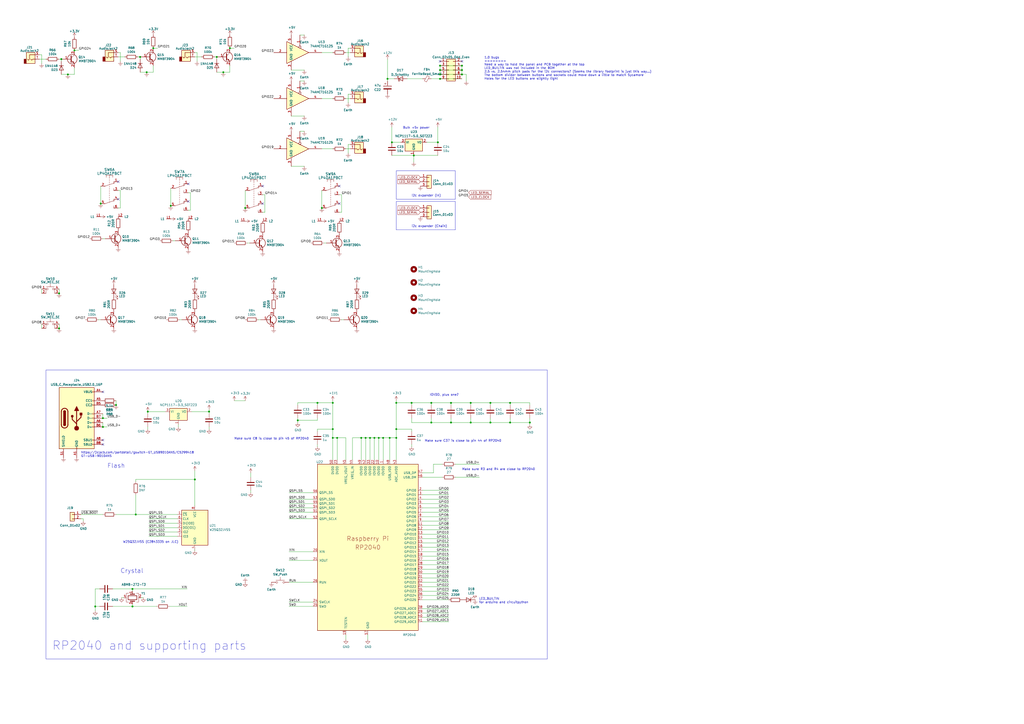
<source format=kicad_sch>
(kicad_sch (version 20231120) (generator "eeschema") (generator_version "8.0")
  (paper "A2")
  (junction (at 255.27 45.72))
  (junction (at 229.87 233.68))
  (junction (at 195.58 254))
  (junction (at 227.33 82.55))
  (junction (at 261.62 245.11))
  (junction (at 209.55 254))
  (junction (at 121.285 238.76))
  (junction (at 85.09 41.91))
  (junction (at 78.74 298.45))
  (junction (at 229.87 254))
  (junction (at 295.91 245.11))
  (junction (at 222.25 254))
  (junction (at 229.87 248.92))
  (junction (at 58.42 118.11))
  (junction (at 224.79 45.72))
  (junction (at 55.245 351.79))
  (junction (at 193.04 248.92))
  (junction (at 85.725 238.76))
  (junction (at 76.835 341.63))
  (junction (at 217.17 254))
  (junction (at 172.72 243.84))
  (junction (at 142.24 120.65))
  (junction (at 35.56 34.29))
  (junction (at 193.04 254))
  (junction (at 273.05 245.11))
  (junction (at 267.97 43.18))
  (junction (at 129.54 41.91))
  (junction (at 219.71 254))
  (junction (at 261.62 233.68))
  (junction (at 67.31 234.95))
  (junction (at 284.48 245.11))
  (junction (at 88.9 27.94))
  (junction (at 267.97 38.1))
  (junction (at 254 82.55))
  (junction (at 267.97 40.64))
  (junction (at 255.27 40.64))
  (junction (at 59.69 247.65))
  (junction (at 34.29 190.5))
  (junction (at 250.19 233.68))
  (junction (at 240.03 90.17))
  (junction (at 125.73 33.02))
  (junction (at 59.69 242.57))
  (junction (at 113.03 278.13))
  (junction (at 255.27 43.18))
  (junction (at 34.29 170.18))
  (junction (at 250.19 245.11))
  (junction (at 184.15 233.68))
  (junction (at 193.04 233.68))
  (junction (at 226.06 254))
  (junction (at 99.06 119.38))
  (junction (at 76.835 351.79))
  (junction (at 133.35 27.94))
  (junction (at 39.37 43.18))
  (junction (at 214.63 254))
  (junction (at 43.18 29.21))
  (junction (at 273.05 233.68))
  (junction (at 81.28 33.02))
  (junction (at 186.69 120.65))
  (junction (at 212.09 254))
  (junction (at 255.27 38.1))
  (junction (at 295.91 233.68))
  (junction (at 284.48 233.68))
  (junction (at 238.76 233.68))
  (junction (at 307.34 245.11))
  (no_connect (at 59.69 257.81))
  (no_connect (at 109.22 106.68))
  (no_connect (at 109.22 116.84))
  (no_connect (at 68.58 115.57))
  (no_connect (at 68.58 105.41))
  (no_connect (at 255.27 35.56))
  (no_connect (at 152.4 118.11))
  (no_connect (at 196.85 118.11))
  (no_connect (at 196.85 107.95))
  (no_connect (at 59.69 227.33))
  (no_connect (at 59.69 255.27))
  (no_connect (at 152.4 107.95))
  (no_connect (at 267.97 35.56))
  (wire (pts (xy 245.11 274.32) (xy 251.46 274.32)))
  (wire (pts (xy 113.03 33.02) (xy 116.84 33.02)))
  (wire (pts (xy 245.11 289.56) (xy 260.35 289.56)))
  (wire (pts (xy 247.65 82.55) (xy 254 82.55)))
  (wire (pts (xy 245.11 327.66) (xy 260.35 327.66)))
  (wire (pts (xy 227.33 73.66) (xy 227.33 82.55)))
  (wire (pts (xy 173.99 20.32) (xy 176.53 20.32)))
  (wire (pts (xy 224.79 45.72) (xy 228.6 45.72)))
  (wire (pts (xy 181.61 285.75) (xy 167.64 285.75)))
  (wire (pts (xy 219.71 254) (xy 222.25 254)))
  (wire (pts (xy 245.11 320.04) (xy 260.35 320.04)))
  (wire (pts (xy 204.47 254) (xy 209.55 254)))
  (wire (pts (xy 184.15 233.68) (xy 193.04 233.68)))
  (wire (pts (xy 34.29 34.29) (xy 35.56 34.29)))
  (wire (pts (xy 78.74 287.02) (xy 78.74 298.45)))
  (wire (pts (xy 238.76 234.95) (xy 238.76 233.68)))
  (wire (pts (xy 135.89 232.41) (xy 142.24 232.41)))
  (wire (pts (xy 245.11 284.48) (xy 260.35 284.48)))
  (wire (pts (xy 200.66 266.7) (xy 200.66 254)))
  (wire (pts (xy 65.405 341.63) (xy 76.835 341.63)))
  (wire (pts (xy 67.31 232.41) (xy 67.31 234.95)))
  (wire (pts (xy 184.15 234.95) (xy 184.15 233.68)))
  (wire (pts (xy 284.48 233.68) (xy 295.91 233.68)))
  (wire (pts (xy 245.11 304.8) (xy 260.35 304.8)))
  (wire (pts (xy 186.69 30.48) (xy 193.04 30.48)))
  (wire (pts (xy 224.79 45.72) (xy 224.79 46.99)))
  (wire (pts (xy 172.72 243.84) (xy 172.72 245.11)))
  (wire (pts (xy 229.87 248.92) (xy 238.76 248.92)))
  (wire (pts (xy 68.58 33.02) (xy 72.39 33.02)))
  (wire (pts (xy 245.11 309.88) (xy 260.35 309.88)))
  (wire (pts (xy 110.49 121.92) (xy 109.22 121.92)))
  (wire (pts (xy 125.73 41.91) (xy 129.54 41.91)))
  (wire (pts (xy 245.11 287.02) (xy 260.35 287.02)))
  (wire (pts (xy 45.72 29.21) (xy 43.18 29.21)))
  (wire (pts (xy 227.33 82.55) (xy 232.41 82.55)))
  (wire (pts (xy 222.25 254) (xy 226.06 254)))
  (wire (pts (xy 261.62 234.95) (xy 261.62 233.68)))
  (wire (pts (xy 245.11 355.6) (xy 260.35 355.6)))
  (wire (pts (xy 255.27 45.72) (xy 267.97 45.72)))
  (wire (pts (xy 181.61 325.12) (xy 167.64 325.12)))
  (wire (pts (xy 245.11 302.26) (xy 260.35 302.26)))
  (wire (pts (xy 43.18 39.37) (xy 43.18 43.18)))
  (wire (pts (xy 68.58 30.48) (xy 69.85 30.48)))
  (wire (pts (xy 245.11 314.96) (xy 260.35 314.96)))
  (wire (pts (xy 76.835 341.63) (xy 108.585 341.63)))
  (wire (pts (xy 245.11 337.82) (xy 260.35 337.82)))
  (wire (pts (xy 245.11 317.5) (xy 260.35 317.5)))
  (wire (pts (xy 46.99 300.99) (xy 48.26 300.99)))
  (wire (pts (xy 222.25 254) (xy 222.25 266.7)))
  (wire (pts (xy 245.11 307.34) (xy 260.35 307.34)))
  (wire (pts (xy 193.04 233.68) (xy 193.04 248.92)))
  (wire (pts (xy 58.42 107.95) (xy 58.42 118.11)))
  (wire (pts (xy 196.85 113.03) (xy 198.12 113.03)))
  (wire (pts (xy 204.47 266.7) (xy 204.47 254)))
  (wire (pts (xy 114.3 30.48) (xy 114.3 35.56)))
  (wire (pts (xy 238.76 233.68) (xy 250.19 233.68)))
  (wire (pts (xy 113.03 278.13) (xy 113.03 293.37)))
  (wire (pts (xy 57.785 351.79) (xy 55.245 351.79)))
  (wire (pts (xy 200.66 57.15) (xy 203.2 57.15)))
  (wire (pts (xy 307.34 245.11) (xy 307.34 246.38)))
  (wire (pts (xy 135.89 27.94) (xy 133.35 27.94)))
  (wire (pts (xy 245.11 347.98) (xy 260.35 347.98)))
  (wire (pts (xy 22.86 34.29) (xy 26.67 34.29)))
  (wire (pts (xy 168.91 96.52) (xy 176.53 96.52)))
  (wire (pts (xy 104.14 185.42) (xy 105.41 185.42)))
  (wire (pts (xy 226.06 266.7) (xy 226.06 254)))
  (wire (pts (xy 48.26 300.99) (xy 48.26 302.26)))
  (wire (pts (xy 57.15 185.42) (xy 58.42 185.42)))
  (wire (pts (xy 181.61 351.79) (xy 167.64 351.79)))
  (wire (pts (xy 102.87 311.15) (xy 86.36 311.15)))
  (wire (pts (xy 78.74 279.4) (xy 78.74 278.13)))
  (wire (pts (xy 261.62 242.57) (xy 261.62 245.11)))
  (wire (pts (xy 264.16 269.24) (xy 278.13 269.24)))
  (wire (pts (xy 201.93 27.94) (xy 203.2 27.94)))
  (wire (pts (xy 102.87 303.53) (xy 86.36 303.53)))
  (wire (pts (xy 238.76 250.19) (xy 238.76 248.92)))
  (wire (pts (xy 152.4 113.03) (xy 153.67 113.03)))
  (wire (pts (xy 59.69 245.11) (xy 59.69 247.65)))
  (wire (pts (xy 245.11 335.28) (xy 260.35 335.28)))
  (wire (pts (xy 198.12 123.19) (xy 196.85 123.19)))
  (wire (pts (xy 245.11 330.2) (xy 260.35 330.2)))
  (wire (pts (xy 255.27 43.18) (xy 267.97 43.18)))
  (wire (pts (xy 307.34 242.57) (xy 307.34 245.11)))
  (wire (pts (xy 172.72 243.84) (xy 184.15 243.84)))
  (wire (pts (xy 209.55 254) (xy 212.09 254)))
  (wire (pts (xy 295.91 242.57) (xy 295.91 245.11)))
  (wire (pts (xy 195.58 266.7) (xy 195.58 254)))
  (wire (pts (xy 273.05 233.68) (xy 284.48 233.68)))
  (wire (pts (xy 201.93 54.61) (xy 203.2 54.61)))
  (wire (pts (xy 85.725 240.03) (xy 85.725 238.76)))
  (wire (pts (xy 212.09 254) (xy 214.63 254)))
  (wire (pts (xy 78.74 278.13) (xy 113.03 278.13)))
  (wire (pts (xy 91.44 27.94) (xy 88.9 27.94)))
  (wire (pts (xy 181.61 300.99) (xy 167.64 300.99)))
  (wire (pts (xy 145.415 274.32) (xy 145.415 276.86)))
  (wire (pts (xy 153.67 113.03) (xy 153.67 123.19)))
  (wire (pts (xy 113.03 319.405) (xy 113.03 318.77)))
  (wire (pts (xy 99.06 109.22) (xy 99.06 119.38)))
  (wire (pts (xy 219.71 266.7) (xy 219.71 254)))
  (wire (pts (xy 59.69 242.57) (xy 62.23 242.57)))
  (wire (pts (xy 245.11 276.86) (xy 256.54 276.86)))
  (wire (pts (xy 34.29 167.64) (xy 34.29 170.18)))
  (wire (pts (xy 245.11 325.12) (xy 260.35 325.12)))
  (wire (pts (xy 245.11 299.72) (xy 260.35 299.72)))
  (wire (pts (xy 81.915 346.71) (xy 83.185 346.71)))
  (wire (pts (xy 88.9 38.1) (xy 88.9 41.91)))
  (wire (pts (xy 229.87 232.41) (xy 229.87 233.68)))
  (wire (pts (xy 35.56 43.18) (xy 39.37 43.18)))
  (wire (pts (xy 201.93 59.69) (xy 201.93 54.61)))
  (wire (pts (xy 69.85 110.49) (xy 69.85 120.65)))
  (wire (pts (xy 110.49 111.76) (xy 110.49 121.92)))
  (wire (pts (xy 250.19 245.11) (xy 238.76 245.11)))
  (wire (pts (xy 213.36 368.3) (xy 213.36 370.84)))
  (wire (pts (xy 172.72 233.68) (xy 184.15 233.68)))
  (wire (pts (xy 217.17 254) (xy 219.71 254)))
  (wire (pts (xy 193.04 248.92) (xy 193.04 254)))
  (wire (pts (xy 34.29 187.96) (xy 34.29 190.5)))
  (wire (pts (xy 121.285 238.76) (xy 121.285 237.49)))
  (wire (pts (xy 85.725 247.65) (xy 85.725 248.92)))
  (wire (pts (xy 184.15 248.92) (xy 193.04 248.92)))
  (wire (pts (xy 173.99 46.99) (xy 176.53 46.99)))
  (wire (pts (xy 193.04 232.41) (xy 193.04 233.68)))
  (wire (pts (xy 186.69 86.36) (xy 193.04 86.36)))
  (wire (pts (xy 245.11 322.58) (xy 260.35 322.58)))
  (wire (pts (xy 113.03 30.48) (xy 114.3 30.48)))
  (wire (pts (xy 245.11 360.68) (xy 260.35 360.68)))
  (wire (pts (xy 250.19 242.57) (xy 250.19 245.11)))
  (wire (pts (xy 35.56 34.29) (xy 35.56 35.56)))
  (wire (pts (xy 186.69 57.15) (xy 193.04 57.15)))
  (wire (pts (xy 173.99 76.2) (xy 176.53 76.2)))
  (wire (pts (xy 245.11 294.64) (xy 260.35 294.64)))
  (wire (pts (xy 124.46 33.02) (xy 125.73 33.02)))
  (wire (pts (xy 184.15 257.81) (xy 184.15 259.08)))
  (wire (pts (xy 113.03 273.05) (xy 113.03 278.13)))
  (wire (pts (xy 255.27 40.64) (xy 255.27 43.18)))
  (wire (pts (xy 81.28 41.91) (xy 85.09 41.91)))
  (wire (pts (xy 229.87 233.68) (xy 229.87 248.92)))
  (wire (pts (xy 229.87 254) (xy 229.87 266.7)))
  (wire (pts (xy 24.13 31.75) (xy 24.13 36.83)))
  (wire (pts (xy 129.54 41.91) (xy 133.35 41.91)))
  (wire (pts (xy 22.86 31.75) (xy 24.13 31.75)))
  (wire (pts (xy 65.405 351.79) (xy 76.835 351.79)))
  (wire (pts (xy 214.63 254) (xy 217.17 254)))
  (wire (pts (xy 245.11 340.36) (xy 260.35 340.36)))
  (wire (pts (xy 251.46 269.24) (xy 251.46 274.32)))
  (wire (pts (xy 142.24 110.49) (xy 142.24 120.65)))
  (wire (pts (xy 100.33 139.7) (xy 101.6 139.7)))
  (wire (pts (xy 102.87 308.61) (xy 86.36 308.61)))
  (wire (pts (xy 273.05 245.11) (xy 261.62 245.11)))
  (wire (pts (xy 167.64 294.64) (xy 181.61 294.64)))
  (wire (pts (xy 261.62 245.11) (xy 250.19 245.11)))
  (wire (pts (xy 69.85 30.48) (xy 69.85 35.56)))
  (wire (pts (xy 81.28 33.02) (xy 81.28 34.29)))
  (wire (pts (xy 284.48 245.11) (xy 273.05 245.11)))
  (wire (pts (xy 172.72 234.95) (xy 172.72 233.68)))
  (wire (pts (xy 245.11 332.74) (xy 260.35 332.74)))
  (wire (pts (xy 245.11 292.1) (xy 260.35 292.1)))
  (wire (pts (xy 59.69 247.65) (xy 62.23 247.65)))
  (wire (pts (xy 284.48 242.57) (xy 284.48 245.11)))
  (wire (pts (xy 261.62 233.68) (xy 273.05 233.68)))
  (wire (pts (xy 85.09 41.91) (xy 88.9 41.91)))
  (wire (pts (xy 67.31 298.45) (xy 78.74 298.45)))
  (wire (pts (xy 240.03 90.17) (xy 227.33 90.17)))
  (wire (pts (xy 168.91 40.64) (xy 176.53 40.64)))
  (wire (pts (xy 121.285 247.65) (xy 121.285 248.92)))
  (wire (pts (xy 238.76 257.81) (xy 238.76 259.08)))
  (wire (pts (xy 103.505 246.38) (xy 103.505 247.65)))
  (wire (pts (xy 240.03 90.17) (xy 240.03 93.98)))
  (wire (pts (xy 86.36 300.99) (xy 102.87 300.99)))
  (wire (pts (xy 250.19 234.95) (xy 250.19 233.68)))
  (wire (pts (xy 59.69 298.45) (xy 46.99 298.45)))
  (wire (pts (xy 167.64 292.1) (xy 181.61 292.1)))
  (wire (pts (xy 200.66 254) (xy 195.58 254)))
  (wire (pts (xy 193.04 254) (xy 193.04 266.7)))
  (wire (pts (xy 229.87 233.68) (xy 238.76 233.68)))
  (wire (pts (xy 245.11 312.42) (xy 260.35 312.42)))
  (wire (pts (xy 200.66 368.3) (xy 200.66 370.84)))
  (wire (pts (xy 59.69 240.03) (xy 59.69 242.57)))
  (wire (pts (xy 255.27 38.1) (xy 267.97 38.1)))
  (wire (pts (xy 198.12 113.03) (xy 198.12 123.19)))
  (wire (pts (xy 143.51 140.97) (xy 144.78 140.97)))
  (wire (pts (xy 195.58 254) (xy 193.04 254)))
  (wire (pts (xy 295.91 245.11) (xy 307.34 245.11)))
  (wire (pts (xy 39.37 43.18) (xy 43.18 43.18)))
  (wire (pts (xy 200.66 30.48) (xy 203.2 30.48)))
  (wire (pts (xy 224.79 34.29) (xy 224.79 45.72)))
  (wire (pts (xy 284.48 234.95) (xy 284.48 233.68)))
  (wire (pts (xy 184.15 243.84) (xy 184.15 242.57)))
  (wire (pts (xy 95.885 238.76) (xy 85.725 238.76)))
  (wire (pts (xy 201.93 88.9) (xy 201.93 83.82)))
  (wire (pts (xy 217.17 266.7) (xy 217.17 254)))
  (wire (pts (xy 245.11 353.06) (xy 260.35 353.06)))
  (wire (pts (xy 270.51 43.18) (xy 267.97 43.18)))
  (wire (pts (xy 184.15 250.19) (xy 184.15 248.92)))
  (wire (pts (xy 245.11 297.18) (xy 260.35 297.18)))
  (wire (pts (xy 245.11 342.9) (xy 260.35 342.9)))
  (wire (pts (xy 102.87 306.07) (xy 86.36 306.07)))
  (wire (pts (xy 55.245 341.63) (xy 55.245 351.79)))
  (wire (pts (xy 307.34 234.95) (xy 307.34 233.68)))
  (wire (pts (xy 255.27 38.1) (xy 255.27 40.64)))
  (wire (pts (xy 226.06 254) (xy 229.87 254)))
  (wire (pts (xy 121.285 240.03) (xy 121.285 238.76)))
  (wire (pts (xy 264.16 276.86) (xy 278.13 276.86)))
  (wire (pts (xy 133.35 38.1) (xy 133.35 41.91)))
  (wire (pts (xy 109.22 111.76) (xy 110.49 111.76)))
  (wire (pts (xy 76.835 351.79) (xy 90.805 351.79)))
  (wire (pts (xy 57.785 341.63) (xy 55.245 341.63)))
  (wire (pts (xy 236.22 45.72) (xy 245.11 45.72)))
  (wire (pts (xy 181.61 337.82) (xy 167.64 337.82)))
  (wire (pts (xy 149.86 185.42) (xy 151.13 185.42)))
  (wire (pts (xy 98.425 351.79) (xy 108.585 351.79)))
  (wire (pts (xy 168.91 67.31) (xy 176.53 67.31)))
  (wire (pts (xy 238.76 242.57) (xy 238.76 245.11)))
  (wire (pts (xy 201.93 83.82) (xy 203.2 83.82)))
  (wire (pts (xy 55.245 351.79) (xy 55.245 354.33)))
  (wire (pts (xy 167.64 320.04) (xy 181.61 320.04)))
  (wire (pts (xy 295.91 245.11) (xy 284.48 245.11)))
  (wire (pts (xy 251.46 269.24) (xy 256.54 269.24)))
  (wire (pts (xy 209.55 266.7) (xy 209.55 254)))
  (wire (pts (xy 200.66 86.36) (xy 203.2 86.36)))
  (wire (pts (xy 186.69 110.49) (xy 186.69 120.65)))
  (wire (pts (xy 245.11 345.44) (xy 260.35 345.44)))
  (wire (pts (xy 240.03 90.17) (xy 254 90.17)))
  (wire (pts (xy 212.09 266.7) (xy 212.09 254)))
  (wire (pts (xy 267.97 40.64) (xy 267.97 43.18)))
  (wire (pts (xy 198.12 185.42) (xy 199.39 185.42)))
  (wire (pts (xy 229.87 248.92) (xy 229.87 254)))
  (wire (pts (xy 24.13 167.64) (xy 24.13 170.18)))
  (wire (pts (xy 76.835 342.9) (xy 76.835 341.63)))
  (wire (pts (xy 80.01 33.02) (xy 81.28 33.02)))
  (wire (pts (xy 125.73 33.02) (xy 125.73 34.29)))
  (wire (pts (xy 295.91 234.95) (xy 295.91 233.68)))
  (wire (pts (xy 78.74 298.45) (xy 102.87 298.45)))
  (wire (pts (xy 273.05 242.57) (xy 273.05 245.11)))
  (wire (pts (xy 250.19 45.72) (xy 255.27 45.72)))
  (wire (pts (xy 270.51 46.99) (xy 270.51 43.18)))
  (wire (pts (xy 255.27 40.64) (xy 267.97 40.64)))
  (wire (pts (xy 111.125 238.76) (xy 121.285 238.76)))
  (wire (pts (xy 70.485 346.71) (xy 71.755 346.71)))
  (wire (pts (xy 273.05 234.95) (xy 273.05 233.68)))
  (wire (pts (xy 167.64 297.18) (xy 181.61 297.18)))
  (wire (pts (xy 295.91 233.68) (xy 307.34 233.68)))
  (wire (pts (xy 245.11 358.14) (xy 260.35 358.14)))
  (wire (pts (xy 59.69 138.43) (xy 60.96 138.43)))
  (wire (pts (xy 181.61 349.25) (xy 167.64 349.25)))
  (wire (pts (xy 187.96 140.97) (xy 189.23 140.97)))
  (wire (pts (xy 267.97 38.1) (xy 267.97 40.64)))
  (wire (pts (xy 68.58 110.49) (xy 69.85 110.49)))
  (wire (pts (xy 172.72 242.57) (xy 172.72 243.84)))
  (wire (pts (xy 167.64 289.56) (xy 181.61 289.56)))
  (wire (pts (xy 145.415 284.48) (xy 145.415 285.75)))
  (wire (pts (xy 24.13 187.96) (xy 24.13 190.5)))
  (wire (pts (xy 76.835 350.52) (xy 76.835 351.79)))
  (wire (pts (xy 254 73.66) (xy 254 82.55)))
  (wire (pts (xy 201.93 33.02) (xy 201.93 27.94)))
  (wire (pts (xy 250.19 233.68) (xy 261.62 233.68)))
  (wire (pts (xy 69.85 120.65) (xy 68.58 120.65)))
  (wire (pts (xy 214.63 266.7) (xy 214.63 254)))
  (wire (pts (xy 153.67 123.19) (xy 152.4 123.19)))
  (rectangle (start 229.87 116.84) (end 264.16 133.35))
  (rectangle (start 26.67 214.63) (end 317.5 382.27))
  (rectangle (start 229.87 99.06) (end 264.16 115.57))
  (text "Make sure R3 and R4 are close to RP2040" (at 267.97 273.05 0) (effects (font (size 1.27 1.27)) (justify left bottom)))
  (text "IOVDD, plus one?" (at 249.301 229.87 0) (effects (font (size 1.27 1.27)) (justify left bottom)))
  (text "1.0 bugs\n========\nNeed a way to hold the panel and PCB together at the top\nLED_BUILTIN was not included in the BOM\n2.5 vs. 2.54mm pitch pads for the i2c connectors? (Seems the library footprint is just this way...)\nThe bottom divider between buttons and sockets could move down a little to match Sycamore\nHoles for the LED buttons are slightly tight" (at 280.924 39.624 0) (effects (font (size 1.27 1.27)) (justify left)))
  (text "i2c expander (In)" (at 238.76 114.3 0) (effects (font (size 1.27 1.27)) (justify left bottom)))
  (text "Flash" (at 62.23 271.78 0) (effects (font (size 2.54 2.54)) (justify left bottom)))
  (text "Crystal" (at 69.85 332.74 0) (effects (font (size 2.54 2.54)) (justify left bottom)))
  (text "Bulk +5v power" (at 233.68 74.93 0) (effects (font (size 1.27 1.27)) (justify left bottom)))
  (text "RP2040 and supporting parts" (at 86.614 374.65 0) (effects (font (size 5 5))))
  (text "LED_BUILTIN \nfor arduino and circuitpython" (at 277.876 348.488 0) (effects (font (size 1.27 1.27)) (justify left)))
  (text "W25Q32JVSS (C2843335 on JLC) " (at 87.884 314.452 0) (effects (font (size 1.27 1.27))))
  (text "i2c expander (Chain)" (at 238.76 132.08 0) (effects (font (size 1.27 1.27)) (justify left bottom)))
  (text "https://jlcpcb.com/partdetail/gswitch-GT_USB9010ANS/C5299418\nGT-USB-9010ANS" (at 46.99 263.652 0) (effects (font (size 1.27 1.27)) (justify left)))
  (text "Make sure C8 is close to pin 45 of RP2040" (at 135.89 255.27 0) (effects (font (size 1.27 1.27)) (justify left bottom)))
  (text "Make sure C37 is close to pin 44 of RP2040" (at 246.38 256.54 0) (effects (font (size 1.27 1.27)) (justify left bottom)))
  (label "GPIO4" (at 271.78 111.76 180))
  (label "GPIO2" (at 110.49 111.76 0))
  (label "GPIO23" (at 158.75 30.48 180))
  (label "QSPI_SD0" (at 86.36 303.53 0))
  (label "XIN" (at 167.64 320.04 0))
  (label "GPIO12" (at 260.35 314.96 180))
  (label "QSPI_SCLK" (at 167.64 300.99 0))
  (label "GPIO11" (at 190.5 185.42 180))
  (label "GPIO5" (at 260.35 297.18 180))
  (label "GPIO24" (at 45.72 29.21 0))
  (label "GPIO3" (at 260.35 292.1 180))
  (label "~{USB_BOOT}" (at 46.99 298.45 0))
  (label "QSPI_SD1" (at 167.64 292.1 0))
  (label "GPIO7" (at 49.53 185.42 180))
  (label "GPIO6" (at 142.24 185.42 180))
  (label "GPIO5" (at 271.78 114.3 180))
  (label "GPIO28_ADC2" (at 260.35 358.14 180))
  (label "QSPI_SD3" (at 86.36 311.15 0))
  (label "GPIO8" (at 260.35 304.8 180))
  (label "SWD" (at 167.64 351.79 0))
  (label "QSPI_SCLK" (at 86.36 300.99 0))
  (label "GPIO11" (at 260.35 312.42 180))
  (label "QSPI_SS" (at 167.64 285.75 0))
  (label "QSPI_SD3" (at 167.64 297.18 0))
  (label "GPIO23" (at 260.35 342.9 180))
  (label "GPIO20" (at 260.35 335.28 180))
  (label "GPIO7" (at 260.35 302.26 180))
  (label "GPIO3" (at 92.71 139.7 180))
  (label "GPIO14" (at 260.35 320.04 180))
  (label "GPIO6" (at 260.35 299.72 180))
  (label "GPIO26_ADC0" (at 260.35 353.06 180))
  (label "GPIO9" (at 24.13 167.64 180))
  (label "RUN" (at 167.64 337.82 0))
  (label "GPIO22" (at 158.75 57.15 180))
  (label "GPIO10" (at 260.35 309.88 180))
  (label "GPIO25" (at 260.35 347.98 180))
  (label "GPIO17" (at 260.35 327.66 180))
  (label "GPIO1" (at 198.12 113.03 0))
  (label "GPIO1" (at 260.35 287.02 180))
  (label "GPIO0" (at 260.35 284.48 180))
  (label "GPIO0" (at 180.34 140.97 180))
  (label "QSPI_SD2" (at 167.64 294.64 0))
  (label "GPIO14" (at 153.67 113.03 0))
  (label "GPIO19" (at 260.35 332.74 180))
  (label "GPIO13" (at 69.85 110.49 0))
  (label "QSPI_SD0" (at 167.64 289.56 0))
  (label "XOUT" (at 167.64 325.12 0))
  (label "GPIO8" (at 24.13 187.96 180))
  (label "USB_D+" (at 278.13 269.24 180))
  (label "GPIO24" (at 260.35 345.44 180))
  (label "GPIO21" (at 260.35 337.82 180))
  (label "GPIO4" (at 260.35 294.64 180))
  (label "XOUT" (at 108.585 351.79 180))
  (label "GPIO29_ADC3" (at 260.35 360.68 180))
  (label "GPIO18" (at 260.35 330.2 180))
  (label "GPIO21" (at 91.44 27.94 0))
  (label "GPIO22" (at 260.35 340.36 180))
  (label "USB_D+" (at 62.23 247.65 0))
  (label "GPIO15" (at 260.35 322.58 180))
  (label "XIN" (at 108.585 341.63 180))
  (label "GPIO13" (at 260.35 317.5 180))
  (label "GPIO20" (at 135.89 27.94 0))
  (label "QSPI_SS" (at 86.36 298.45 0))
  (label "GPIO10" (at 96.52 185.42 180))
  (label "GPIO12" (at 52.07 138.43 180))
  (label "GPIO16" (at 260.35 325.12 180))
  (label "SWCLK" (at 167.64 349.25 0))
  (label "USB_D-" (at 278.13 276.86 180))
  (label "GPIO9" (at 260.35 307.34 180))
  (label "GPIO2" (at 260.35 289.56 180))
  (label "QSPI_SD2" (at 86.36 308.61 0))
  (label "GPIO19" (at 158.75 86.36 180))
  (label "GPIO27_ADC1" (at 260.35 355.6 180))
  (label "QSPI_SD1" (at 86.36 306.07 0))
  (label "USB_D-" (at 62.23 242.57 0))
  (label "GPIO15" (at 135.89 140.97 180))
  (global_label "LED_CLOCK" (shape input) (at 243.84 120.65 180) (property "Intersheetrefs" "${INTERSHEET_REFS}" (effects (hide yes))))
  (global_label "LED_CLOCK" (shape input) (at 271.78 114.3 0) (property "Intersheetrefs" "${INTERSHEET_REFS}" (effects (hide yes))))
  (global_label "LED_SERIAL" (shape input) (at 243.84 105.41 180) (property "Intersheetrefs" "${INTERSHEET_REFS}" (effects (hide yes))))
  (global_label "LED_SERIAL" (shape input) (at 243.84 123.19 180) (property "Intersheetrefs" "${INTERSHEET_REFS}" (effects (hide yes))))
  (global_label "LED_CLOCK" (shape input) (at 243.84 102.87 180) (property "Intersheetrefs" "${INTERSHEET_REFS}" (effects (hide yes))))
  (global_label "LED_SERIAL" (shape input) (at 271.78 111.76 0) (property "Intersheetrefs" "${INTERSHEET_REFS}" (effects (hide yes))))
  (symbol (lib_id "Device:C") (at 61.595 341.63 270) (unit 1)
    (property "Reference" "C28" (at 62.7634 344.551 0) (effects (justify left)))
    (property "Value" "15p" (at 60.452 344.551 0) (effects (justify left)))
    (property "Footprint" "Capacitor_SMD:C_0402_1005Metric" (effects (hide yes)))
  )
  (symbol (lib_id "Device:R") (at 120.65 33.02 270) (unit 1)
    (property "Reference" "R70" (at 120.65 27.7622 90))
    (property "Value" "100k" (at 120.65 30.0736 90))
    (property "Footprint" "Resistor_SMD:R_0603_1608Metric" (effects (hide yes)))
  )
  (symbol (lib_id "Device:R") (at 260.35 269.24 270) (unit 1)
    (property "Reference" "R78" (at 260.35 263.9822 90))
    (property "Value" "27" (at 260.35 266.2936 90))
    (property "Footprint" "Resistor_SMD:R_0402_1005Metric" (effects (hide yes)))
  )
  (symbol (lib_id "Device:C") (at 307.34 238.76 0) (unit 1)
    (property "Reference" "C43" (at 310.261 237.5916 0) (effects (justify left)))
    (property "Value" "100n" (at 310.261 239.903 0) (effects (justify left)))
    (property "Footprint" "Capacitor_SMD:C_0402_1005Metric" (effects (hide yes)))
  )
  (symbol (lib_id "Connector_Audio:AudioJack2") (at 17.78 34.29 0) (unit 1)
    (property "Reference" "J21" (at 17.145 27.4701 0))
    (property "Value" "AudioJack2" (at 17.145 29.3911 0))
    (property "Footprint" "Connector_Audio:Jack_3.5mm_QingPu_WQP-PJ398SM_Vertical_CircularHoles" (effects (hide yes)))
  )
  (symbol (lib_id "Device:C") (at 184.15 238.76 0) (unit 1)
    (property "Reference" "C34" (at 187.071 237.5916 0) (effects (justify left)))
    (property "Value" "100n" (at 187.071 239.903 0) (effects (justify left)))
    (property "Footprint" "Capacitor_SMD:C_0402_1005Metric" (effects (hide yes)))
  )
  (symbol (lib_id "Transistor_BJT:MMBT3904") (at 63.5 185.42 0) (unit 1)
    (property "Reference" "Q17" (at 68.3514 184.2516 0) (effects (justify left)))
    (property "Value" "MMBT3904" (at 68.3514 186.563 0) (effects (justify left)))
    (property "Footprint" "Package_TO_SOT_SMD:SOT-23" (effects (hide yes)))
    (property "Datasheet" "https://www.fairchildsemi.com/datasheets/2N/2N3904.pdf" (effects (hide yes)))
  )
  (symbol (lib_id "Connector_Generic:Conn_01x02") (at 41.91 298.45 0) (mirror y) (unit 1)
    (property "Reference" "J19" (at 40.64 294.64 0))
    (property "Value" "Conn_01x02" (at 40.64 304.8 0))
    (property "Footprint" "Connector_PinHeader_2.54mm:PinHeader_1x02_P2.54mm_Vertical" (effects (hide yes)))
  )
  (symbol (lib_id "Transistor_BJT:MMBT3904") (at 156.21 185.42 0) (unit 1)
    (property "Reference" "Q19" (at 161.0614 184.2516 0) (effects (justify left)))
    (property "Value" "MMBT3904" (at 161.0614 186.563 0) (effects (justify left)))
    (property "Footprint" "Package_TO_SOT_SMD:SOT-23" (effects (hide yes)))
    (property "Datasheet" "https://www.fairchildsemi.com/datasheets/2N/2N3904.pdf" (effects (hide yes)))
  )
  (symbol (lib_id "power:+5V") (at 142.24 128.27 270) (unit 1)
    (property "Reference" "#PWR0200" (effects (hide yes)))
    (property "Value" "+5V" (at 145.415 128.27 90) (effects (justify left)))
  )
  (symbol (lib_id "Device:R") (at 196.85 57.15 270) (unit 1)
    (property "Reference" "R73" (at 196.85 51.8922 90))
    (property "Value" "1k" (at 196.85 54.2036 90))
    (property "Footprint" "Resistor_SMD:R_0603_1608Metric" (effects (hide yes)))
  )
  (symbol (lib_id "74xGxx:74AHCT1G125") (at 173.99 86.36 0) (unit 1)
    (property "Reference" "U19" (at 186.535 80.215 0))
    (property "Value" "74AHCT1G125" (at 186.535 82.6393 0))
    (property "Footprint" "Package_TO_SOT_SMD:SOT-353_SC-70-5" (effects (hide yes)))
    (property "Datasheet" "http://www.ti.com/lit/sg/scyt129e/scyt129e.pdf" (effects (hide yes)))
    (property "Description" "Single Buffer Gate Tri-State, Low-Voltage CMOS" (effects (hide yes)))
  )
  (symbol (lib_id "Regulator_Linear:NCP1117-5.0_SOT223") (at 240.03 82.55 0) (unit 1)
    (property "Reference" "U23" (at 240.03 76.5005 0))
    (property "Value" "NCP1117-5.0_SOT223" (at 240.03 78.9248 0))
    (property "Footprint" "Package_TO_SOT_SMD:SOT-223-3_TabPin2" (effects (hide yes)))
    (property "Datasheet" "http://www.onsemi.com/pub_link/Collateral/NCP1117-D.PDF" (effects (hide yes)))
    (property "Description" "1A Low drop-out regulator, Fixed Output 5V, SOT-223" (effects (hide yes)))
  )
  (symbol (lib_id "Diode:1N4148") (at 35.56 39.37 270) (unit 1)
    (property "Reference" "D23" (at 33.5534 40.5384 90) (effects (justify right)))
    (property "Value" "1N4148" (at 33.5534 38.227 90) (effects (justify right)))
    (property "Footprint" "Diode_SMD:D_SOD-323" (effects (hide yes)))
    (property "Datasheet" "https://assets.nexperia.com/documents/data-sheet/1N4148_1N4448.pdf" (effects (hide yes)))
  )
  (symbol (lib_id "power:+3V3") (at 135.89 232.41 0) (unit 1)
    (property "Reference" "#PWR0140" (effects (hide yes)))
    (property "Value" "+3V3" (at 136.271 228.0158 0))
  )
  (symbol (lib_id "Device:R") (at 66.04 176.53 0) (unit 1)
    (property "Reference" "R81" (at 60.7822 176.53 90))
    (property "Value" "200R" (at 63.0936 176.53 90))
    (property "Footprint" "Resistor_SMD:R_0603_1608Metric" (effects (hide yes)))
  )
  (symbol (lib_id "Device:R") (at 63.5 298.45 270) (unit 1)
    (property "Reference" "R75" (at 63.5 293.1922 90))
    (property "Value" "1k" (at 63.5 295.5036 90))
    (property "Footprint" "Resistor_SMD:R_0402_1005Metric" (effects (hide yes)))
  )
  (symbol (lib_id "power:Earth") (at 36.83 265.43 0) (unit 1)
    (property "Reference" "#PWR0129" (effects (hide yes)))
    (property "Value" "Earth" (effects (hide yes)))
  )
  (symbol (lib_id "power:+5V") (at 113.03 165.1 0) (unit 1)
    (property "Reference" "#PWR0192" (effects (hide yes)))
    (property "Value" "+5V" (at 113.03 161.5981 0))
  )
  (symbol (lib_name "Earth_2") (lib_id "power:Earth") (at 176.53 96.52 0) (unit 1)
    (property "Reference" "#PWR0160" (effects (hide yes)))
    (property "Value" "Earth" (at 176.53 100.6531 0))
    (property "Description" "Power symbol creates a global label with name \"Earth\"" (effects (hide yes)))
  )
  (symbol (lib_id "Divergent Waves:LP4OA1PBCT") (at 63.5 111.76 0) (unit 1)
    (property "Reference" "SW6" (at 63.5 98.3812 0) (effects (font (size 1.4986 1.4986))))
    (property "Value" "LP4OA1PBCT" (at 63.5 100.602 0) (effects (font (size 1.4986 1.4986))))
    (property "Footprint" "Divergent:LP4OA1PBCT" (effects (hide yes)))
  )
  (symbol (lib_id "power:GND") (at 200.66 370.84 0) (unit 1)
    (property "Reference" "#PWR0180" (effects (hide yes)))
    (property "Value" "GND" (at 200.787 375.2342 0))
  )
  (symbol (lib_id "Memory_Flash:W25Q32JVSS") (at 113.03 306.07 0) (unit 1)
    (property "Reference" "U21" (at 121.412 304.8578 0) (effects (justify left)))
    (property "Value" "W25Q32JVSS" (at 121.412 307.2821 0) (effects (justify left)))
    (property "Footprint" "Package_SON:Winbond_USON-8-1EP_3x2mm_P0.5mm_EP0.2x1.6mm" (effects (hide yes)))
    (property "Datasheet" "http://www.winbond.com/resource-files/w25q32jv%20revg%2003272018%20plus.pdf" (effects (hide yes)))
    (property "Description" "32Mb Serial Flash Memory, Standard/Dual/Quad SPI, SOIC-8" (effects (hide yes)))
  )
  (symbol (lib_id "power:GND") (at 184.15 259.08 0) (unit 1)
    (property "Reference" "#PWR0178" (effects (hide yes)))
    (property "Value" "GND" (at 184.277 263.4742 0))
  )
  (symbol (lib_name "+3.3V_2") (lib_id "power:+3.3V") (at 43.18 21.59 0) (unit 1)
    (property "Reference" "#PWR0147" (effects (hide yes)))
    (property "Value" "+3.3V" (at 43.18 18.0881 0))
  )
  (symbol (lib_id "Device:R") (at 96.52 139.7 270) (unit 1)
    (property "Reference" "R13" (at 96.52 134.4422 90))
    (property "Value" "100k" (at 96.52 136.7536 90))
    (property "Footprint" "Resistor_SMD:R_0603_1608Metric" (effects (hide yes)))
  )
  (symbol (lib_id "Device:LED") (at 207.01 168.91 90) (unit 1)
    (property "Reference" "D29" (at 209.931 169.8538 90) (effects (justify right)))
    (property "Value" "LED" (at 209.931 171.7748 90) (effects (justify right)))
    (property "Footprint" "LED_THT:LED_D3.0mm" (effects (hide yes)))
  )
  (symbol (lib_id "Connector:USB_C_Receptacle_USB2.0_16P") (at 44.45 242.57 0) (unit 1)
    (property "Reference" "J24" (at 44.45 220.6455 0))
    (property "Value" "USB_C_Receptacle_USB2.0_16P" (at 44.45 223.0698 0))
    (property "Footprint" "Divergent:USB-C-SMD_G-SWITCH_GT-USB-9010AB" (effects (hide yes)))
    (property "Datasheet" "https://www.usb.org/sites/default/files/documents/usb_type-c.zip" (effects (hide yes)))
    (property "Description" "USB 2.0-only 16P Type-C Receptacle connector" (effects (hide yes)))
  )
  (symbol (lib_id "Device:R") (at 88.9 24.13 0) (unit 1)
    (property "Reference" "R69" (at 83.6422 24.13 90))
    (property "Value" "10k" (at 85.9536 24.13 90))
    (property "Footprint" "Resistor_SMD:R_0603_1608Metric" (effects (hide yes)))
  )
  (symbol (lib_id "power:Earth") (at 44.45 265.43 0) (unit 1)
    (property "Reference" "#PWR0116" (effects (hide yes)))
    (property "Value" "Earth" (effects (hide yes)))
  )
  (symbol (lib_id "Device:C") (at 85.725 243.84 0) (unit 1)
    (property "Reference" "C30" (at 88.646 242.6716 0) (effects (justify left)))
    (property "Value" "10u" (at 88.646 244.983 0) (effects (justify left)))
    (property "Footprint" "Capacitor_SMD:C_0805_2012Metric" (effects (hide yes)))
  )
  (symbol (lib_id "power:+5V") (at 158.75 165.1 0) (unit 1)
    (property "Reference" "#PWR0194" (effects (hide yes)))
    (property "Value" "+5V" (at 158.75 161.5981 0))
  )
  (symbol (lib_id "Mechanical:MountingHole") (at 240.03 172.72 0) (unit 1) (exclude_from_sim yes) (in_bom no)
    (property "Reference" "H3" (at 242.57 171.5078 0) (effects (justify left)))
    (property "Value" "MountingHole" (at 242.57 173.9321 0) (effects (justify left)))
    (property "Footprint" "MountingHole:MountingHole_3mm" (effects (hide yes)))
    (property "Description" "Mounting Hole without connection" (effects (hide yes)))
  )
  (symbol (lib_id "Device:C") (at 254 86.36 0) (unit 1)
    (property "Reference" "C24" (at 256.921 85.1916 0) (effects (justify left)))
    (property "Value" "10u" (at 256.921 87.503 0) (effects (justify left)))
    (property "Footprint" "Capacitor_SMD:C_0805_2012Metric" (effects (hide yes)))
  )
  (symbol (lib_id "Connector_Audio:AudioJack2") (at 208.28 30.48 0) (mirror y) (unit 1)
    (property "Reference" "J16" (at 208.915 23.6601 0))
    (property "Value" "AudioJack2" (at 208.915 25.5811 0))
    (property "Footprint" "Connector_Audio:Jack_3.5mm_QingPu_WQP-PJ398SM_Vertical_CircularHoles" (effects (hide yes)))
  )
  (symbol (lib_id "power:Earth") (at 34.29 190.5 0) (unit 1)
    (property "Reference" "#PWR0137" (effects (hide yes)))
    (property "Value" "Earth" (effects (hide yes)))
  )
  (symbol (lib_id "Transistor_BJT:MMBT3904") (at 40.64 34.29 0) (unit 1)
    (property "Reference" "Q14" (at 45.4914 33.1216 0) (effects (justify left)))
    (property "Value" "MMBT3904" (at 45.4914 35.433 0) (effects (justify left)))
    (property "Footprint" "Package_TO_SOT_SMD:SOT-23" (effects (hide yes)))
    (property "Datasheet" "https://www.fairchildsemi.com/datasheets/2N/2N3904.pdf" (effects (hide yes)))
  )
  (symbol (lib_id "Transistor_BJT:MMBT3904") (at 130.81 33.02 0) (unit 1)
    (property "Reference" "Q16" (at 135.6614 31.8516 0) (effects (justify left)))
    (property "Value" "MMBT3904" (at 135.6614 34.163 0) (effects (justify left)))
    (property "Footprint" "Package_TO_SOT_SMD:SOT-23" (effects (hide yes)))
    (property "Datasheet" "https://www.fairchildsemi.com/datasheets/2N/2N3904.pdf" (effects (hide yes)))
  )
  (symbol (lib_id "power:+5V") (at 168.91 76.2 0) (unit 1)
    (property "Reference" "#PWR0155" (effects (hide yes)))
    (property "Value" "+5V" (at 169.291 71.8058 0))
  )
  (symbol (lib_id "Device:R") (at 78.74 283.21 0) (unit 1)
    (property "Reference" "R76" (at 80.518 282.0416 0) (effects (justify left)))
    (property "Value" "DNF" (at 80.518 284.353 0) (effects (justify left)))
    (property "Footprint" "Resistor_SMD:R_0402_1005Metric" (effects (hide yes)))
  )
  (symbol (lib_id "Mechanical:MountingHole") (at 240.03 180.34 0) (unit 1) (exclude_from_sim yes) (in_bom no)
    (property "Reference" "H4" (at 242.57 179.1278 0) (effects (justify left)))
    (property "Value" "MountingHole" (at 242.57 181.5521 0) (effects (justify left)))
    (property "Footprint" "MountingHole:MountingHole_3mm" (effects (hide yes)))
    (property "Description" "Mounting Hole without connection" (effects (hide yes)))
  )
  (symbol (lib_id "Device:R") (at 260.35 276.86 270) (unit 1)
    (property "Reference" "R79" (at 260.35 271.6022 90))
    (property "Value" "27" (at 260.35 273.9136 90))
    (property "Footprint" "Resistor_SMD:R_0402_1005Metric" (effects (hide yes)))
  )
  (symbol (lib_id "power:GND") (at 85.725 248.92 0) (unit 1)
    (property "Reference" "#PWR0168" (effects (hide yes)))
    (property "Value" "GND" (at 81.915 250.19 0))
  )
  (symbol (lib_id "Device:C") (at 273.05 238.76 0) (unit 1)
    (property "Reference" "C40" (at 275.971 237.5916 0) (effects (justify left)))
    (property "Value" "100n" (at 275.971 239.903 0) (effects (justify left)))
    (property "Footprint" "Capacitor_SMD:C_0402_1005Metric" (effects (hide yes)))
  )
  (symbol (lib_id "Connector_Audio:AudioJack2") (at 63.5 33.02 0) (unit 1)
    (property "Reference" "J22" (at 62.865 26.2001 0))
    (property "Value" "AudioJack2" (at 62.865 28.1211 0))
    (property "Footprint" "Connector_Audio:Jack_3.5mm_QingPu_WQP-PJ398SM_Vertical_CircularHoles" (effects (hide yes)))
  )
  (symbol (lib_id "Device:R") (at 53.34 185.42 270) (unit 1)
    (property "Reference" "R80" (at 53.34 180.1622 90))
    (property "Value" "100k" (at 53.34 182.4736 90))
    (property "Footprint" "Resistor_SMD:R_0603_1608Metric" (effects (hide yes)))
  )
  (symbol (lib_id "power:+3.3V") (at 142.24 232.41 0) (unit 1)
    (property "Reference" "#PWR0142" (effects (hide yes)))
    (property "Value" "+3.3V" (at 142.24 228.2769 0))
    (property "Description" "Power symbol creates a global label with name \"+3.3V\"" (effects (hide yes)))
  )
  (symbol (lib_id "Connector_Audio:AudioJack2") (at 107.95 33.02 0) (unit 1)
    (property "Reference" "J23" (at 107.315 26.2001 0))
    (property "Value" "AudioJack2" (at 107.315 28.1211 0))
    (property "Footprint" "Connector_Audio:Jack_3.5mm_QingPu_WQP-PJ398SM_Vertical_CircularHoles" (effects (hide yes)))
  )
  (symbol (lib_id "power:Earth") (at 69.85 35.56 0) (unit 1)
    (property "Reference" "#PWR0186" (effects (hide yes)))
    (property "Value" "Earth" (effects (hide yes)))
  )
  (symbol (lib_name "Earth_2") (lib_id "power:Earth") (at 176.53 76.2 0) (unit 1)
    (property "Reference" "#PWR0163" (effects (hide yes)))
    (property "Value" "Earth" (at 176.53 80.3331 0))
    (property "Description" "Power symbol creates a global label with name \"Earth\"" (effects (hide yes)))
  )
  (symbol (lib_id "Divergent Waves:LP4OA1PBCT") (at 104.14 113.03 0) (unit 1)
    (property "Reference" "SW7" (at 104.14 99.6512 0) (effects (font (size 1.4986 1.4986))))
    (property "Value" "LP4OA1PBCT" (at 104.14 101.872 0) (effects (font (size 1.4986 1.4986))))
    (property "Footprint" "Divergent:LP4OA1PBCT" (effects (hide yes)))
  )
  (symbol (lib_id "Device:LED") (at 66.04 168.91 90) (unit 1)
    (property "Reference" "D26" (at 68.961 169.8538 90) (effects (justify right)))
    (property "Value" "LED" (at 68.961 171.7748 90) (effects (justify right)))
    (property "Footprint" "LED_THT:LED_D3.0mm" (effects (hide yes)))
  )
  (symbol (lib_id "Device:R") (at 194.31 185.42 270) (unit 1)
    (property "Reference" "R86" (at 194.31 180.1622 90))
    (property "Value" "100k" (at 194.31 182.4736 90))
    (property "Footprint" "Resistor_SMD:R_0603_1608Metric" (effects (hide yes)))
  )
  (symbol (lib_id "power:Earth") (at 58.42 118.11 0) (unit 1)
    (property "Reference" "#PWR0128" (effects (hide yes)))
    (property "Value" "Earth" (effects (hide yes)))
  )
  (symbol (lib_id "Device:C") (at 284.48 238.76 0) (unit 1)
    (property "Reference" "C41" (at 287.401 237.5916 0) (effects (justify left)))
    (property "Value" "100n" (at 287.401 239.903 0) (effects (justify left)))
    (property "Footprint" "Capacitor_SMD:C_0402_1005Metric" (effects (hide yes)))
  )
  (symbol (lib_id "Device:R") (at 196.85 132.08 0) (unit 1)
    (property "Reference" "R65" (at 191.5922 132.08 90))
    (property "Value" "200R" (at 193.9036 132.08 90))
    (property "Footprint" "Resistor_SMD:R_0603_1608Metric" (effects (hide yes)))
  )
  (symbol (lib_name "Earth_3") (lib_id "power:Earth") (at 157.48 337.82 0) (unit 1)
    (property "Reference" "#PWR0133" (effects (hide yes)))
    (property "Value" "Earth" (at 157.48 341.9531 0))
    (property "Description" "Power symbol creates a global label with name \"Earth\"" (effects (hide yes)))
  )
  (symbol (lib_id "power:GND") (at 103.505 247.65 0) (unit 1)
    (property "Reference" "#PWR0171" (effects (hide yes)))
    (property "Value" "GND" (at 99.695 248.92 0))
  )
  (symbol (lib_id "power:GND") (at 121.285 248.92 0) (unit 1)
    (property "Reference" "#PWR0173" (effects (hide yes)))
    (property "Value" "GND" (at 117.475 250.19 0))
  )
  (symbol (lib_id "power:Earth") (at 109.22 144.78 0) (unit 1)
    (property "Reference" "#PWR0141" (effects (hide yes)))
    (property "Value" "Earth" (effects (hide yes)))
  )
  (symbol (lib_id "power:GND") (at 145.415 285.75 0) (unit 1)
    (property "Reference" "#PWR0189" (effects (hide yes)))
    (property "Value" "GND" (at 141.605 287.02 0))
  )
  (symbol (lib_id "power:Earth") (at 99.06 119.38 0) (unit 1)
    (property "Reference" "#PWR0130" (effects (hide yes)))
    (property "Value" "Earth" (effects (hide yes)))
  )
  (symbol (lib_id "Device:R") (at 207.01 176.53 0) (unit 1)
    (property "Reference" "R87" (at 201.7522 176.53 90))
    (property "Value" "200R" (at 204.0636 176.53 90))
    (property "Footprint" "Resistor_SMD:R_0603_1608Metric" (effects (hide yes)))
  )
  (symbol (lib_id "power:GND") (at 142.24 337.82 0) (unit 1)
    (property "Reference" "#PWR0135" (effects (hide yes)))
    (property "Value" "GND" (at 138.43 339.09 0))
  )
  (symbol (lib_id "Divergent Waves:LP4OA1PBCT") (at 191.77 114.3 0) (unit 1)
    (property "Reference" "SW9" (at 191.77 100.9212 0) (effects (font (size 1.4986 1.4986))))
    (property "Value" "LP4OA1PBCT" (at 191.77 103.142 0) (effects (font (size 1.4986 1.4986))))
    (property "Footprint" "Divergent:LP4OA1PBCT" (effects (hide yes)))
  )
  (symbol (lib_id "Mechanical:MountingHole") (at 240.03 163.83 0) (unit 1) (exclude_from_sim yes) (in_bom no)
    (property "Reference" "H2" (at 242.57 162.6178 0) (effects (justify left)))
    (property "Value" "MountingHole" (at 242.57 165.0421 0) (effects (justify left)))
    (property "Footprint" "MountingHole:MountingHole_3mm" (effects (hide yes)))
    (property "Description" "Mounting Hole without connection" (effects (hide yes)))
  )
  (symbol (lib_id "power:GND") (at 172.72 245.11 0) (unit 1)
    (property "Reference" "#PWR0177" (effects (hide yes)))
    (property "Value" "GND" (at 172.847 249.5042 0))
  )
  (symbol (lib_id "power:+5V") (at 99.06 127 270) (unit 1)
    (property "Reference" "#PWR0199" (effects (hide yes)))
    (property "Value" "+5V" (at 102.235 127 90) (effects (justify left)))
  )
  (symbol (lib_id "Device:C") (at 172.72 238.76 0) (unit 1)
    (property "Reference" "C33" (at 175.641 237.5916 0) (effects (justify left)))
    (property "Value" "100n" (at 175.641 239.903 0) (effects (justify left)))
    (property "Footprint" "Capacitor_SMD:C_0402_1005Metric" (effects (hide yes)))
  )
  (symbol (lib_name "Earth_2") (lib_id "power:Earth") (at 176.53 67.31 0) (unit 1)
    (property "Reference" "#PWR0159" (effects (hide yes)))
    (property "Value" "Earth" (at 176.53 71.4431 0))
    (property "Description" "Power symbol creates a global label with name \"Earth\"" (effects (hide yes)))
  )
  (symbol (lib_id "power:Earth") (at 68.58 143.51 0) (unit 1)
    (property "Reference" "#PWR0139" (effects (hide yes)))
    (property "Value" "Earth" (effects (hide yes)))
  )
  (symbol (lib_id "power:GND") (at 238.76 259.08 0) (unit 1)
    (property "Reference" "#PWR0183" (effects (hide yes)))
    (property "Value" "GND" (at 238.887 263.4742 0))
  )
  (symbol (lib_id "power:GND") (at 55.245 354.33 0) (unit 1)
    (property "Reference" "#PWR0166" (effects (hide yes)))
    (property "Value" "GND" (at 55.372 358.7242 0))
  )
  (symbol (lib_id "Device:C") (at 250.19 238.76 0) (unit 1)
    (property "Reference" "C38" (at 253.111 237.5916 0) (effects (justify left)))
    (property "Value" "100n" (at 253.111 239.903 0) (effects (justify left)))
    (property "Footprint" "Capacitor_SMD:C_0402_1005Metric" (effects (hide yes)))
  )
  (symbol (lib_name "Earth_2") (lib_id "power:Earth") (at 201.93 88.9 0) (unit 1)
    (property "Reference" "#PWR0154" (effects (hide yes)))
    (property "Value" "Earth" (at 201.93 93.0331 0))
    (property "Description" "Power symbol creates a global label with name \"Earth\"" (effects (hide yes)))
  )
  (symbol (lib_id "power:+12V") (at 224.79 34.29 0) (unit 1)
    (property "Reference" "#PWR0113" (effects (hide yes)))
    (property "Value" "+12V" (at 224.79 30.7142 0))
  )
  (symbol (lib_id "power:+3V3") (at 113.03 273.05 0) (unit 1)
    (property "Reference" "#PWR0174" (effects (hide yes)))
    (property "Value" "+3V3" (at 113.411 268.6558 0))
  )
  (symbol (lib_id "Device:C") (at 145.415 280.67 0) (unit 1)
    (property "Reference" "C44" (at 148.336 279.5016 0) (effects (justify left)))
    (property "Value" "10u" (at 148.336 281.813 0) (effects (justify left)))
    (property "Footprint" "Capacitor_SMD:C_0805_2012Metric" (effects (hide yes)))
  )
  (symbol (lib_id "power:+12V") (at 227.33 73.66 0) (unit 1)
    (property "Reference" "#PWR0119" (effects (hide yes)))
    (property "Value" "+12V" (at 227.711 69.2658 0))
  )
  (symbol (lib_id "Device:FerriteBead_Small") (at 247.65 45.72 90) (unit 1)
    (property "Reference" "FB4" (at 247.6119 40.3184 90))
    (property "Value" "FerriteBead_Small" (at 247.6119 42.8553 90))
    (property "Footprint" "Resistor_SMD:R_0805_2012Metric" (effects (hide yes)))
  )
  (symbol (lib_id "Device:Crystal_GND24") (at 76.835 346.71 270) (unit 1)
    (property "Reference" "Y1" (at 81.915 344.17 90) (effects (justify left)))
    (property "Value" "ABM8-272-T3" (at 70.485 339.09 90) (effects (justify left)))
    (property "Footprint" "Crystal:Crystal_SMD_3225-4Pin_3.2x2.5mm" (effects (hide yes)))
  )
  (symbol (lib_name "Earth_1") (lib_id "power:Earth") (at 243.84 125.73 0) (unit 1)
    (property "Reference" "#PWR0127" (effects (hide yes)))
    (property "Value" "Earth" (effects (hide yes)))
  )
  (symbol (lib_id "Diode:1N4148") (at 125.73 38.1 270) (unit 1)
    (property "Reference" "D25" (at 123.7234 39.2684 90) (effects (justify right)))
    (property "Value" "1N4148" (at 123.7234 36.957 90) (effects (justify right)))
    (property "Footprint" "Diode_SMD:D_SOD-323" (effects (hide yes)))
    (property "Datasheet" "https://assets.nexperia.com/documents/data-sheet/1N4148_1N4448.pdf" (effects (hide yes)))
  )
  (symbol (lib_id "Device:C") (at 121.285 243.84 0) (unit 1)
    (property "Reference" "C31" (at 124.206 242.6716 0) (effects (justify left)))
    (property "Value" "10u" (at 124.206 244.983 0) (effects (justify left)))
    (property "Footprint" "Capacitor_SMD:C_0805_2012Metric" (effects (hide yes)))
  )
  (symbol (lib_id "power:GND") (at 48.26 302.26 0) (unit 1)
    (property "Reference" "#PWR0165" (effects (hide yes)))
    (property "Value" "GND" (at 48.387 306.6542 0))
  )
  (symbol (lib_id "power:+3V3") (at 229.87 232.41 0) (unit 1)
    (property "Reference" "#PWR0182" (effects (hide yes)))
    (property "Value" "+3V3" (at 230.251 228.0158 0))
  )
  (symbol (lib_id "Device:R") (at 109.22 130.81 0) (unit 1)
    (property "Reference" "R54" (at 103.9622 130.81 90))
    (property "Value" "200R" (at 106.2736 130.81 90))
    (property "Footprint" "Resistor_SMD:R_0603_1608Metric" (effects (hide yes)))
  )
  (symbol (lib_id "Switch:SW_Push") (at 162.56 337.82 0) (unit 1)
    (property "Reference" "SW12" (at 162.56 330.7545 0))
    (property "Value" "SW_Push" (at 162.56 333.1788 0))
    (property "Footprint" "Button_Switch_THT:SW_Tactile_Straight_KSA0Axx1LFTR" (effects (hide yes)))
    (property "Description" "Push button switch, generic, two pins" (effects (hide yes)))
  )
  (symbol (lib_name "Earth_1") (lib_id "power:Earth") (at 243.84 107.95 0) (unit 1)
    (property "Reference" "#PWR0126" (effects (hide yes)))
    (property "Value" "Earth" (effects (hide yes)))
  )
  (symbol (lib_name "Earth_2") (lib_id "power:Earth") (at 201.93 33.02 0) (unit 1)
    (property "Reference" "#PWR0152" (effects (hide yes)))
    (property "Value" "Earth" (at 201.93 37.1531 0))
    (property "Description" "Power symbol creates a global label with name \"Earth\"" (effects (hide yes)))
  )
  (symbol (lib_id "power:+5V") (at 254 73.66 0) (unit 1)
    (property "Reference" "#PWR0125" (effects (hide yes)))
    (property "Value" "+5V" (at 254.381 69.2658 0))
  )
  (symbol (lib_id "Connector_Audio:AudioJack2") (at 208.28 57.15 0) (mirror y) (unit 1)
    (property "Reference" "J17" (at 208.915 50.3301 0))
    (property "Value" "AudioJack2" (at 208.915 52.2511 0))
    (property "Footprint" "Connector_Audio:Jack_3.5mm_QingPu_WQP-PJ398SM_Vertical_CircularHoles" (effects (hide yes)))
  )
  (symbol (lib_id "Device:C") (at 261.62 238.76 0) (unit 1)
    (property "Reference" "C39" (at 264.541 237.5916 0) (effects (justify left)))
    (property "Value" "100n" (at 264.541 239.903 0) (effects (justify left)))
    (property "Footprint" "Capacitor_SMD:C_0402_1005Metric" (effects (hide yes)))
  )
  (symbol (lib_id "power:Earth") (at 114.3 35.56 0) (unit 1)
    (property "Reference" "#PWR0187" (effects (hide yes)))
    (property "Value" "Earth" (effects (hide yes)))
  )
  (symbol (lib_id "74xGxx:74AHCT1G125") (at 173.99 30.48 0) (unit 1)
    (property "Reference" "U13" (at 186.535 24.335 0))
    (property "Value" "74AHCT1G125" (at 186.535 26.7593 0))
    (property "Footprint" "Package_TO_SOT_SMD:SOT-353_SC-70-5" (effects (hide yes)))
    (property "Datasheet" "http://www.ti.com/lit/sg/scyt129e/scyt129e.pdf" (effects (hide yes)))
    (property "Description" "Single Buffer Gate Tri-State, Low-Voltage CMOS" (effects (hide yes)))
  )
  (symbol (lib_id "Device:R") (at 76.2 33.02 270) (unit 1)
    (property "Reference" "R68" (at 76.2 27.7622 90))
    (property "Value" "100k" (at 76.2 30.0736 90))
    (property "Footprint" "Resistor_SMD:R_0603_1608Metric" (effects (hide yes)))
  )
  (symbol (lib_id "power:Earth") (at 207.01 190.5 0) (unit 1)
    (property "Reference" "#PWR0197" (effects (hide yes)))
    (property "Value" "Earth" (effects (hide yes)))
  )
  (symbol (lib_id "power:GND") (at 83.185 346.71 0) (unit 1)
    (property "Reference" "#PWR0170" (effects (hide yes)))
    (property "Value" "GND" (at 86.995 347.98 0))
  )
  (symbol (lib_id "power:+3V3") (at 121.285 237.49 0) (unit 1)
    (property "Reference" "#PWR0172" (effects (hide yes)))
    (property "Value" "+3V3" (at 121.666 233.0958 0))
  )
  (symbol (lib_id "Device:C") (at 295.91 238.76 0) (unit 1)
    (property "Reference" "C42" (at 298.831 237.5916 0) (effects (justify left)))
    (property "Value" "100n" (at 298.831 239.903 0) (effects (justify left)))
    (property "Footprint" "Capacitor_SMD:C_0402_1005Metric" (effects (hide yes)))
  )
  (symbol (lib_id "Switch:SW_MEC_5E") (at 29.21 190.5 0) (unit 1)
    (property "Reference" "SW11" (at 29.21 182.0291 0))
    (property "Value" "SW_MEC_5E" (at 29.21 183.9501 0))
    (property "Footprint" "Divergent:SW_D6R90_F1_LFS" (effects (hide yes)))
    (property "Datasheet" "http://www.apem.com/int/index.php?controller=attachment&id_attachment=1371" (effects (hide yes)))
  )
  (symbol (lib_id "Transistor_BJT:MMBT3904") (at 86.36 33.02 0) (unit 1)
    (property "Reference" "Q15" (at 91.2114 31.8516 0) (effects (justify left)))
    (property "Value" "MMBT3904" (at 91.2114 34.163 0) (effects (justify left)))
    (property "Footprint" "Package_TO_SOT_SMD:SOT-23" (effects (hide yes)))
    (property "Datasheet" "https://www.fairchildsemi.com/datasheets/2N/2N3904.pdf" (effects (hide yes)))
  )
  (symbol (lib_id "Device:LED") (at 113.03 168.91 90) (unit 1)
    (property "Reference" "D27" (at 115.951 169.8538 90) (effects (justify right)))
    (property "Value" "LED" (at 115.951 171.7748 90) (effects (justify right)))
    (property "Footprint" "LED_THT:LED_D3.0mm" (effects (hide yes)))
  )
  (symbol (lib_id "Device:R") (at 30.48 34.29 270) (unit 1)
    (property "Reference" "R66" (at 30.48 29.0322 90))
    (property "Value" "100k" (at 30.48 31.3436 90))
    (property "Footprint" "Resistor_SMD:R_0603_1608Metric" (effects (hide yes)))
  )
  (symbol (lib_id "power:Earth") (at 224.79 54.61 0) (unit 1)
    (property "Reference" "#PWR0114" (effects (hide yes)))
    (property "Value" "Earth" (effects (hide yes)))
  )
  (symbol (lib_name "+3.3V_2") (lib_id "power:+3.3V") (at 88.9 20.32 0) (unit 1)
    (property "Reference" "#PWR0149" (effects (hide yes)))
    (property "Value" "+3.3V" (at 88.9 16.8181 0))
  )
  (symbol (lib_id "power:Earth") (at 129.54 41.91 0) (unit 1)
    (property "Reference" "#PWR0150" (effects (hide yes)))
    (property "Value" "Earth" (effects (hide yes)))
  )
  (symbol (lib_id "Device:C") (at 61.595 351.79 270) (unit 1)
    (property "Reference" "C29" (at 62.7634 354.711 0) (effects (justify left)))
    (property "Value" "15p" (at 60.452 354.711 0) (effects (justify left)))
    (property "Footprint" "Capacitor_SMD:C_0402_1005Metric" (effects (hide yes)))
  )
  (symbol (lib_id "Transistor_BJT:MMBT3904") (at 149.86 140.97 0) (unit 1)
    (property "Reference" "Q12" (at 154.7114 139.8016 0) (effects (justify left)))
    (property "Value" "MMBT3904" (at 154.7114 142.113 0) (effects (justify left)))
    (property "Footprint" "Package_TO_SOT_SMD:SOT-23" (effects (hide yes)))
    (property "Datasheet" "https://www.fairchildsemi.com/datasheets/2N/2N3904.pdf" (effects (hide yes)))
  )
  (symbol (lib_id "power:Earth") (at 39.37 43.18 0) (unit 1)
    (property "Reference" "#PWR0146" (effects (hide yes)))
    (property "Value" "Earth" (effects (hide yes)))
  )
  (symbol (lib_id "power:+1V1") (at 193.04 232.41 0) (unit 1)
    (property "Reference" "#PWR0179" (effects (hide yes)))
    (property "Value" "+1V1" (at 193.421 228.0158 0))
  )
  (symbol (lib_name "Earth_3") (lib_id "power:Earth") (at 142.24 337.82 180) (unit 1)
    (property "Reference" "#PWR0138" (effects (hide yes)))
    (property "Value" "Earth" (at 142.24 333.6869 0))
    (property "Description" "Power symbol creates a global label with name \"Earth\"" (effects (hide yes)))
  )
  (symbol (lib_id "Device:R") (at 158.75 176.53 0) (unit 1)
    (property "Reference" "R85" (at 153.4922 176.53 90))
    (property "Value" "200R" (at 155.8036 176.53 90))
    (property "Footprint" "Resistor_SMD:R_0603_1608Metric" (effects (hide yes)))
  )
  (symbol (lib_id "Device:R") (at 139.7 140.97 270) (unit 1)
    (property "Reference" "R59" (at 139.7 135.7122 90))
    (property "Value" "100k" (at 139.7 138.0236 90))
    (property "Footprint" "Resistor_SMD:R_0603_1608Metric" (effects (hide yes)))
  )
  (symbol (lib_id "Device:R") (at 133.35 24.13 0) (unit 1)
    (property "Reference" "R71" (at 128.0922 24.13 90))
    (property "Value" "10k" (at 130.4036 24.13 90))
    (property "Footprint" "Resistor_SMD:R_0603_1608Metric" (effects (hide yes)))
  )
  (symbol (lib_id "power:Earth") (at 270.51 46.99 0) (unit 1)
    (property "Reference" "#PWR0118" (effects (hide yes)))
    (property "Value" "Earth" (effects (hide yes)))
  )
  (symbol (lib_id "power:Earth") (at 34.29 170.18 0) (unit 1)
    (property "Reference" "#PWR0136" (effects (hide yes)))
    (property "Value" "Earth" (effects (hide yes)))
  )
  (symbol (lib_id "Switch:SW_MEC_5E") (at 29.21 170.18 0) (unit 1)
    (property "Reference" "SW10" (at 29.21 161.7091 0))
    (property "Value" "SW_MEC_5E" (at 29.21 163.6301 0))
    (property "Footprint" "Divergent:SW_D6R90_F1_LFS" (effects (hide yes)))
    (property "Datasheet" "http://www.apem.com/int/index.php?controller=attachment&id_attachment=1371" (effects (hide yes)))
  )
  (symbol (lib_id "Device:D_Schottky") (at 232.41 45.72 0) (unit 1)
    (property "Reference" "D17" (at 232.0925 40.7502 0))
    (property "Value" "D_Schottky" (at 232.0925 43.2871 0))
    (property "Footprint" "Diode_SMD:D_SOD-323" (effects (hide yes)))
  )
  (symbol (lib_id "Transistor_BJT:MMBT3904") (at 204.47 185.42 0) (unit 1)
    (property "Reference" "Q20" (at 209.3214 184.2516 0) (effects (justify left)))
    (property "Value" "MMBT3904" (at 209.3214 186.563 0) (effects (justify left)))
    (property "Footprint" "Package_TO_SOT_SMD:SOT-23" (effects (hide yes)))
    (property "Datasheet" "https://www.fairchildsemi.com/datasheets/2N/2N3904.pdf" (effects (hide yes)))
  )
  (symbol (lib_id "power:Earth") (at 158.75 190.5 0) (unit 1)
    (property "Reference" "#PWR0195" (effects (hide yes)))
    (property "Value" "Earth" (effects (hide yes)))
  )
  (symbol (lib_id "power:Earth") (at 142.24 120.65 0) (unit 1)
    (property "Reference" "#PWR0132" (effects (hide yes)))
    (property "Value" "Earth" (effects (hide yes)))
  )
  (symbol (lib_id "Device:R") (at 63.5 232.41 90) (unit 1)
    (property "Reference" "R89" (at 63.5 237.6678 90))
    (property "Value" "5.1k" (at 63.5 235.3564 90))
    (property "Footprint" "Resistor_SMD:R_0603_1608Metric" (effects (hide yes)))
  )
  (symbol (lib_id "power:GND") (at 213.36 370.84 0) (unit 1)
    (property "Reference" "#PWR0181" (effects (hide yes)))
    (property "Value" "GND" (at 213.487 375.2342 0))
  )
  (symbol (lib_id "Device:LED") (at 158.75 168.91 90) (unit 1)
    (property "Reference" "D28" (at 161.671 169.8538 90) (effects (justify right)))
    (property "Value" "LED" (at 161.671 171.7748 90) (effects (justify right)))
    (property "Footprint" "LED_THT:LED_D3.0mm" (effects (hide yes)))
  )
  (symbol (lib_id "power:Earth") (at 113.03 190.5 0) (unit 1)
    (property "Reference" "#PWR0193" (effects (hide yes)))
    (property "Value" "Earth" (effects (hide yes)))
  )
  (symbol (lib_name "Earth_2") (lib_id "power:Earth") (at 176.53 46.99 0) (unit 1)
    (property "Reference" "#PWR0161" (effects (hide yes)))
    (property "Value" "Earth" (at 176.53 51.1231 0))
    (property "Description" "Power symbol creates a global label with name \"Earth\"" (effects (hide yes)))
  )
  (symbol (lib_id "power:Earth") (at 24.13 36.83 0) (unit 1)
    (property "Reference" "#PWR0185" (effects (hide yes)))
    (property "Value" "Earth" (effects (hide yes)))
  )
  (symbol (lib_id "Transistor_BJT:MMBT3904") (at 66.04 138.43 0) (unit 1)
    (property "Reference" "Q10" (at 70.8914 137.2616 0) (effects (justify left)))
    (property "Value" "MMBT3904" (at 70.8914 139.573 0) (effects (justify left)))
    (property "Footprint" "Package_TO_SOT_SMD:SOT-23" (effects (hide yes)))
    (property "Datasheet" "https://www.fairchildsemi.com/datasheets/2N/2N3904.pdf" (effects (hide yes)))
  )
  (symbol (lib_id "Device:C") (at 227.33 86.36 0) (unit 1)
    (property "Reference" "C23" (at 230.251 85.1916 0) (effects (justify left)))
    (property "Value" "10u" (at 230.251 87.503 0) (effects (justify left)))
    (property "Footprint" "Capacitor_SMD:C_0805_2012Metric" (effects (hide yes)))
  )
  (symbol (lib_name "Earth_2") (lib_id "power:Earth") (at 176.53 20.32 0) (unit 1)
    (property "Reference" "#PWR0162" (effects (hide yes)))
    (property "Value" "Earth" (at 176.53 24.4531 0))
    (property "Description" "Power symbol creates a global label with name \"Earth\"" (effects (hide yes)))
  )
  (symbol (lib_id "Device:LED") (at 271.78 347.98 180) (unit 1)
    (property "Reference" "D18" (at 273.3675 341.6765 0))
    (property "Value" "LED" (at 273.3675 344.1008 0))
    (property "Footprint" "LED_SMD:LED_0603_1608Metric" (effects (hide yes)))
    (property "Description" "Light emitting diode" (effects (hide yes)))
  )
  (symbol (lib_id "power:+5V") (at 85.725 238.76 0) (unit 1)
    (property "Reference" "#PWR0167" (effects (hide yes)))
    (property "Value" "+5V" (at 86.106 234.3658 0))
  )
  (symbol (lib_id "Connector_Generic:Conn_01x03") (at 248.92 105.41 0) (unit 1)
    (property "Reference" "J14" (at 250.952 104.7663 0) (effects (justify left)))
    (property "Value" "Conn_01x03" (at 250.952 106.6873 0) (effects (justify left)))
    (property "Footprint" "Connector_JST:JST_XH_B3B-XH-AM_1x03_P2.50mm_Vertical" (effects (hide yes)))
  )
  (symbol (lib_id "power:Earth") (at 85.09 41.91 0) (unit 1)
    (property "Reference" "#PWR0148" (effects (hide yes)))
    (property "Value" "Earth" (effects (hide yes)))
  )
  (symbol (lib_id "Device:R") (at 43.18 25.4 0) (unit 1)
    (property "Reference" "R67" (at 37.9222 25.4 90))
    (property "Value" "10k" (at 40.2336 25.4 90))
    (property "Footprint" "Resistor_SMD:R_0603_1608Metric" (effects (hide yes)))
  )
  (symbol (lib_id "Device:R") (at 55.88 138.43 270) (unit 1)
    (property "Reference" "R11" (at 55.88 133.1722 90))
    (property "Value" "100k" (at 55.88 135.4836 90))
    (property "Footprint" "Resistor_SMD:R_0603_1608Metric" (effects (hide yes)))
  )
  (symbol (lib_name "Earth_2") (lib_id "power:Earth") (at 201.93 59.69 0) (unit 1)
    (property "Reference" "#PWR0153" (effects (hide yes)))
    (property "Value" "Earth" (at 201.93 63.8231 0))
    (property "Description" "Power symbol creates a global label with name \"Earth\"" (effects (hide yes)))
  )
  (symbol (lib_id "Device:C_Polarized") (at 224.79 50.8 0) (unit 1)
    (property "Reference" "C22" (at 220.98 52.07 0) (effects (justify right)))
    (property "Value" "47u" (at 220.98 49.53 0) (effects (justify right)))
    (property "Footprint" "Capacitor_SMD:CP_Elec_5x5.4" (effects (hide yes)))
  )
  (symbol (lib_id "Device:C") (at 238.76 254 0) (unit 1)
    (property "Reference" "C37" (at 241.681 252.8316 0) (effects (justify left)))
    (property "Value" "1u" (at 241.681 255.143 0) (effects (justify left)))
    (property "Footprint" "Capacitor_SMD:C_0402_1005Metric" (effects (hide yes)))
  )
  (symbol (lib_id "Device:R") (at 94.615 351.79 270) (unit 1)
    (property "Reference" "R77" (at 94.615 346.5322 90))
    (property "Value" "1k" (at 94.615 348.8436 90))
    (property "Footprint" "Resistor_SMD:R_0402_1005Metric" (effects (hide yes)))
  )
  (symbol (lib_id "Device:R") (at 100.33 185.42 270) (unit 1)
    (property "Reference" "R82" (at 100.33 180.1622 90))
    (property "Value" "100k" (at 100.33 182.4736 90))
    (property "Footprint" "Resistor_SMD:R_0603_1608Metric" (effects (hide yes)))
  )
  (symbol (lib_id "74xGxx:74AHCT1G125") (at 173.99 57.15 0) (unit 1)
    (property "Reference" "U18" (at 186.535 51.005 0))
    (property "Value" "74AHCT1G125" (at 186.535 53.4293 0))
    (property "Footprint" "Package_TO_SOT_SMD:SOT-353_SC-70-5" (effects (hide yes)))
    (property "Datasheet" "http://www.ti.com/lit/sg/scyt129e/scyt129e.pdf" (effects (hide yes)))
    (property "Description" "Single Buffer Gate Tri-State, Low-Voltage CMOS" (effects (hide yes)))
  )
  (symbol (lib_name "+3.3V_2") (lib_id "power:+3.3V") (at 133.35 20.32 0) (unit 1)
    (property "Reference" "#PWR0151" (effects (hide yes)))
    (property "Value" "+3.3V" (at 133.35 16.8181 0))
  )
  (symbol (lib_id "Device:C") (at 184.15 254 0) (unit 1)
    (property "Reference" "C35" (at 187.071 252.8316 0) (effects (justify left)))
    (property "Value" "1u" (at 187.071 255.143 0) (effects (justify left)))
    (property "Footprint" "Capacitor_SMD:C_0402_1005Metric" (effects (hide yes)))
  )
  (symbol (lib_id "Device:C") (at 238.76 238.76 0) (unit 1)
    (property "Reference" "C36" (at 241.681 237.5916 0) (effects (justify left)))
    (property "Value" "100n" (at 241.681 239.903 0) (effects (justify left)))
    (property "Footprint" "Capacitor_SMD:C_0402_1005Metric" (effects (hide yes)))
  )
  (symbol (lib_id "power:Earth") (at 186.69 120.65 0) (unit 1)
    (property "Reference" "#PWR0134" (effects (hide yes)))
    (property "Value" "Earth" (effects (hide yes)))
  )
  (symbol (lib_id "power:+3V3") (at 145.415 274.32 0) (unit 1)
    (property "Reference" "#PWR0188" (effects (hide yes)))
    (property "Value" "+3V3" (at 145.796 269.9258 0))
  )
  (symbol (lib_id "power:+5V") (at 207.01 165.1 0) (unit 1)
    (property "Reference" "#PWR0196" (effects (hide yes)))
    (property "Value" "+5V" (at 207.01 161.5981 0))
  )
  (symbol (lib_id "Connector_Generic:Conn_02x05_Odd_Even") (at 260.35 40.64 0) (unit 1)
    (property "Reference" "J13" (at 261.62 30.5902 0))
    (property "Value" "Conn_02x05_Odd_Even" (at 261.62 33.1271 0))
    (property "Footprint" "Connector_IDC:IDC-Header_2x05_P2.54mm_Vertical" (effects (hide yes)))
  )
  (symbol (lib_id "Device:R") (at 264.16 347.98 270) (unit 1)
    (property "Reference" "R90" (at 264.16 342.7222 90))
    (property "Value" "220R" (at 264.16 345.0336 90))
    (property "Footprint" "Resistor_SMD:R_0402_1005Metric" (effects (hide yes)))
  )
  (symbol (lib_id "MCU_RaspberryPi_RP2040:RP2040") (at 213.36 317.5 0) (unit 1)
    (property "Reference" "U22" (at 185.42 267.97 0))
    (property "Value" "RP2040" (at 237.49 368.3 0))
    (property "Footprint" "Raspberry Pi:RP2040-QFN-56" (effects (hide yes)))
  )
  (symbol (lib_id "power:GND") (at 307.34 246.38 0) (unit 1)
    (property "Reference" "#PWR0184" (effects (hide yes)))
    (property "Value" "GND" (at 307.467 250.7742 0))
  )
  (symbol (lib_id "Device:R") (at 68.58 129.54 0) (unit 1)
    (property "Reference" "R12" (at 63.3222 129.54 90))
    (property "Value" "200R" (at 65.6336 129.54 90))
    (property "Footprint" "Resistor_SMD:R_0603_1608Metric" (effects (hide yes)))
  )
  (symbol (lib_id "Device:R") (at 152.4 132.08 0) (unit 1)
    (property "Reference" "R63" (at 147.1422 132.08 90))
    (property "Value" "200R" (at 149.4536 132.08 90))
    (property "Footprint" "Resistor_SMD:R_0603_1608Metric" (effects (hide yes)))
  )
  (symbol (lib_id "power:Earth") (at 196.85 146.05 0) (unit 1)
    (property "Reference" "#PWR0145" (effects (hide yes)))
    (property "Value" "Earth" (effects (hide yes)))
  )
  (symbol (lib_id "power:Earth") (at 152.4 146.05 0) (unit 1)
    (property "Reference" "#PWR0143" (effects (hide yes)))
    (property "Value" "Earth" (effects (hide yes)))
  )
  (symbol (lib_id "power:Earth") (at 67.31 234.95 0) (unit 1)
    (property "Reference" "#PWR0117" (effects (hide yes)))
    (property "Value" "Earth" (effects (hide yes)))
  )
  (symbol (lib_id "Mechanical:MountingHole") (at 240.03 156.21 0) (unit 1) (exclude_from_sim yes) (in_bom no)
    (property "Reference" "H1" (at 242.57 154.9978 0) (effects (justify left)))
    (property "Value" "MountingHole" (at 242.57 157.4221 0) (effects (justify left)))
    (property "Footprint" "MountingHole:MountingHole_3mm" (effects (hide yes)))
    (property "Description" "Mounting Hole without connection" (effects (hide yes)))
  )
  (symbol (lib_id "Device:R") (at 196.85 86.36 270) (unit 1)
    (property "Reference" "R72" (at 196.85 81.1022 90))
    (property "Value" "1k" (at 196.85 83.4136 90))
    (property "Footprint" "Resistor_SMD:R_0603_1608Metric" (effects (hide yes)))
  )
  (symbol (lib_id "Diode:1N4148") (at 81.28 38.1 270) (unit 1)
    (property "Reference" "D24" (at 79.2734 39.2684 90) (effects (justify right)))
    (property "Value" "1N4148" (at 79.2734 36.957 90) (effects (justify right)))
    (property "Footprint" "Diode_SMD:D_SOD-323" (effects (hide yes)))
    (property "Datasheet" "https://assets.nexperia.com/documents/data-sheet/1N4148_1N4448.pdf" (effects (hide yes)))
  )
  (symbol (lib_id "power:+5V") (at 66.04 165.1 0) (unit 1)
    (property "Reference" "#PWR0190" (effects (hide yes)))
    (property "Value" "+5V" (at 66.04 161.5981 0))
  )
  (symbol (lib_id "Regulator_Linear:NCP1117-3.3_SOT223") (at 103.505 238.76 0) (unit 1)
    (property "Reference" "U20" (at 103.505 232.6132 0))
    (property "Value" "NCP1117-3.3_SOT223" (at 103.505 234.9246 0))
    (property "Footprint" "Package_TO_SOT_SMD:SOT-223-3_TabPin2" (effects (hide yes)))
    (property "Datasheet" "http://www.onsemi.com/pub_link/Collateral/NCP1117-D.PDF" (effects (hide yes)))
  )
  (symbol (lib_id "Device:R") (at 196.85 30.48 270) (unit 1)
    (property "Reference" "R74" (at 196.85 25.2222 90))
    (property "Value" "1k" (at 196.85 27.5336 90))
    (property "Footprint" "Resistor_SMD:R_0603_1608Metric" (effects (hide yes)))
  )
  (symbol (lib_name "Earth_3") (lib_id "power:Earth") (at 275.59 347.98 0) (unit 1)
    (property "Reference" "#PWR0131" (effects (hide yes)))
    (property "Value" "Earth" (at 275.59 352.1131 0))
    (property "Description" "Power symbol creates a global label with name \"Earth\"" (effects (hide yes)))
  )
  (symbol (lib_id "power:Earth") (at 240.03 93.98 0) (unit 1)
    (property "Reference" "#PWR0120" (effects (hide yes)))
    (property "Value" "Earth" (effects (hide yes)))
  )
  (symbol (lib_id "Transistor_BJT:MMBT3904") (at 106.68 139.7 0) (unit 1)
    (property "Reference" "Q11" (at 111.5314 138.5316 0) (effects (justify left)))
    (property "Value" "MMBT3904" (at 111.5314 140.843 0) (effects (justify left)))
    (property "Footprint" "Package_TO_SOT_SMD:SOT-23" (effects (hide yes)))
    (property "Datasheet" "https://www.fairchildsemi.com/datasheets/2N/2N3904.pdf" (effects (hide yes)))
  )
  (symbol (lib_id "Connector_Generic:Conn_01x03") (at 248.92 123.19 0) (unit 1)
    (property "Reference" "J15" (at 250.952 122.5463 0) (effects (justify left)))
    (property "Value" "Conn_01x03" (at 250.952 124.4673 0) (effects (justify left)))
    (property "Footprint" "Connector_JST:JST_XH_B3B-XH-AM_1x03_P2.50mm_Vertical" (effects (hide yes)))
  )
  (symbol (lib_id "power:+5V") (at 186.69 128.27 270) (unit 1)
    (property "Reference" "#PWR0201" (effects (hide yes)))
    (property "Value" "+5V" (at 189.865 128.27 90) (effects (justify left)))
  )
  (symbol (lib_id "Divergent Waves:LP4OA1PBCT") (at 147.32 114.3 0) (unit 1)
    (property "Reference" "SW8" (at 147.32 100.9212 0) (effects (font (size 1.4986 1.4986))))
    (property "Value" "LP4OA1PBCT" (at 147.32 103.142 0) (effects (font (size 1.4986 1.4986))))
    (property "Footprint" "Divergent:LP4OA1PBCT" (effects (hide yes)))
  )
  (symbol (lib_id "Device:R") (at 146.05 185.42 270) (unit 1)
    (property "Reference" "R84" (at 146.05 180.1622 90))
    (property "Value" "100k" (at 146.05 182.4736 90))
    (property "Footprint" "Resistor_SMD:R_0603_1608Metric" (effects (hide yes)))
  )
  (symbol (lib_id "Connector_Audio:AudioJack2") (at 208.28 86.36 0) (mirror y) (unit 1)
    (property "Reference" "J18" (at 208.915 79.5401 0))
    (property "Value" "AudioJack2" (at 208.915 81.4611 0))
    (property "Footprint" "Connector_Audio:Jack_3.5mm_QingPu_WQP-PJ398SM_Vertical_CircularHoles" (effects (hide yes)))
  )
  (symbol (lib_id "power:GND") (at 70.485 346.71 0) (unit 1)
    (property "Reference" "#PWR0169" (effects (hide yes)))
    (property "Value" "GND" (at 66.675 347.98 0))
  )
  (symbol (lib_id "Device:R") (at 184.15 140.97 270) (unit 1)
    (property "Reference" "R64" (at 184.15 135.7122 90))
    (property "Value" "100k" (at 184.15 138.0236 90))
    (property "Footprint" "Resistor_SMD:R_0603_1608Metric" (effects (hide yes)))
  )
  (symbol (lib_id "power:+5V") (at 168.91 20.32 0) (unit 1)
    (property "Reference" "#PWR0157" (effects (hide yes)))
    (property "Value" "+5V" (at 169.291 15.9258 0))
  )
  (symbol (lib_id "power:+5V") (at 168.91 46.99 0) (unit 1)
    (property "Reference" "#PWR0156" (effects (hide yes)))
    (property "Value" "+5V" (at 169.291 42.5958 0))
  )
  (symbol (lib_id "power:Earth") (at 66.04 190.5 0) (unit 1)
    (property "Reference" "#PWR0191" (effects (hide yes)))
    (property "Value" "Earth" (effects (hide yes)))
  )
  (symbol (lib_name "Earth_2") (lib_id "power:Earth") (at 176.53 40.64 0) (unit 1)
    (property "Reference" "#PWR0158" (effects (hide yes)))
    (property "Value" "Earth" (at 176.53 44.7731 0))
    (property "Description" "Power symbol creates a global label with name \"Earth\"" (effects (hide yes)))
  )
  (symbol (lib_id "power:+5V") (at 58.42 125.73 270) (unit 1)
    (property "Reference" "#PWR0198" (effects (hide yes)))
    (property "Value" "+5V" (at 61.595 125.73 90) (effects (justify left)))
  )
  (symbol (lib_id "power:GND") (at 113.03 319.405 0) (unit 1)
    (property "Reference" "#PWR0175" (effects (hide yes)))
    (property "Value" "GND" (at 109.22 320.675 0))
  )
  (symbol (lib_id "Device:R") (at 113.03 176.53 0) (unit 1)
    (property "Reference" "R83" (at 107.7722 176.53 90))
    (property "Value" "200R" (at 110.0836 176.53 90))
    (property "Footprint" "Resistor_SMD:R_0603_1608Metric" (effects (hide yes)))
  )
  (symbol (lib_id "Device:R") (at 63.5 234.95 90) (unit 1)
    (property "Reference" "R88" (at 63.5 240.2078 90))
    (property "Value" "5.1k" (at 63.5 237.8964 90))
    (property "Footprint" "Resistor_SMD:R_0603_1608Metric" (effects (hide yes)))
  )
  (symbol (lib_id "Transistor_BJT:MMBT3904") (at 110.49 185.42 0) (unit 1)
    (property "Reference" "Q18" (at 115.3414 184.2516 0) (effects (justify left)))
    (property "Value" "MMBT3904" (at 115.3414 186.563 0) (effects (justify left)))
    (property "Footprint" "Package_TO_SOT_SMD:SOT-23" (effects (hide yes)))
    (property "Datasheet" "https://www.fairchildsemi.com/datasheets/2N/2N3904.pdf" (effects (hide yes)))
  )
  (symbol (lib_id "Transistor_BJT:MMBT3904") (at 194.31 140.97 0) (unit 1)
    (property "Reference" "Q13" (at 199.1614 139.8016 0) (effects (justify left)))
    (property "Value" "MMBT3904" (at 199.1614 142.113 0) (effects (justify left)))
    (property "Footprint" "Package_TO_SOT_SMD:SOT-23" (effects (hide yes)))
    (property "Datasheet" "https://www.fairchildsemi.com/datasheets/2N/2N3904.pdf" (effects (hide yes)))
  )
)
</source>
